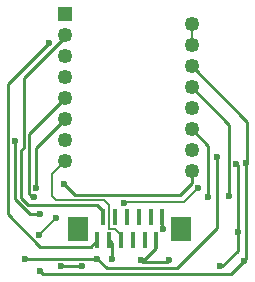
<source format=gbr>
%TF.GenerationSoftware,KiCad,Pcbnew,9.0.4*%
%TF.CreationDate,2025-09-11T01:00:25+02:00*%
%TF.ProjectId,pmw3610_xxs,706d7733-3631-4305-9f78-78732e6b6963,rev?*%
%TF.SameCoordinates,Original*%
%TF.FileFunction,Copper,L1,Top*%
%TF.FilePolarity,Positive*%
%FSLAX46Y46*%
G04 Gerber Fmt 4.6, Leading zero omitted, Abs format (unit mm)*
G04 Created by KiCad (PCBNEW 9.0.4) date 2025-09-11 01:00:25*
%MOMM*%
%LPD*%
G01*
G04 APERTURE LIST*
G04 Aperture macros list*
%AMRoundRect*
0 Rectangle with rounded corners*
0 $1 Rounding radius*
0 $2 $3 $4 $5 $6 $7 $8 $9 X,Y pos of 4 corners*
0 Add a 4 corners polygon primitive as box body*
4,1,4,$2,$3,$4,$5,$6,$7,$8,$9,$2,$3,0*
0 Add four circle primitives for the rounded corners*
1,1,$1+$1,$2,$3*
1,1,$1+$1,$4,$5*
1,1,$1+$1,$6,$7*
1,1,$1+$1,$8,$9*
0 Add four rect primitives between the rounded corners*
20,1,$1+$1,$2,$3,$4,$5,0*
20,1,$1+$1,$4,$5,$6,$7,0*
20,1,$1+$1,$6,$7,$8,$9,0*
20,1,$1+$1,$8,$9,$2,$3,0*%
G04 Aperture macros list end*
%TA.AperFunction,SMDPad,CuDef*%
%ADD10R,1.800000X2.000000*%
%TD*%
%TA.AperFunction,SMDPad,CuDef*%
%ADD11R,0.400000X1.350000*%
%TD*%
%TA.AperFunction,ComponentPad*%
%ADD12RoundRect,0.187500X-0.437500X0.437500X-0.437500X-0.437500X0.437500X-0.437500X0.437500X0.437500X0*%
%TD*%
%TA.AperFunction,ComponentPad*%
%ADD13O,1.250000X1.250000*%
%TD*%
%TA.AperFunction,ViaPad*%
%ADD14C,0.600000*%
%TD*%
%TA.AperFunction,Conductor*%
%ADD15C,0.250000*%
%TD*%
%TA.AperFunction,Conductor*%
%ADD16C,0.200000*%
%TD*%
G04 APERTURE END LIST*
D10*
%TO.P,J2,*%
%TO.N,*%
X131762000Y-99298000D03*
X140462000Y-99298000D03*
D11*
%TO.P,J2,1,SCLK*%
%TO.N,SCLK*%
X133362000Y-100298000D03*
%TO.P,J2,2,MISO*%
%TO.N,SDIO*%
X133862000Y-98298000D03*
%TO.P,J2,3,SPI_CS*%
%TO.N,NCS*%
X134362000Y-100298000D03*
%TO.P,J2,4,GP_AD2*%
%TO.N,unconnected-(J2-GP_AD2-Pad4)*%
X134862000Y-98298000D03*
%TO.P,J2,5,MOSI*%
%TO.N,MOTION*%
X135362000Y-100298000D03*
%TO.P,J2,6,GP_AD1*%
%TO.N,unconnected-(J2-GP_AD1-Pad6)*%
X135862000Y-98298000D03*
%TO.P,J2,7,5V*%
%TO.N,unconnected-(J2-5V-Pad7)*%
X136362000Y-100298000D03*
%TO.P,J2,8,RGB_DO*%
%TO.N,unconnected-(J2-RGB_DO-Pad8)*%
X136862000Y-98298000D03*
%TO.P,J2,9,SCL*%
%TO.N,unconnected-(J2-SCL-Pad9)*%
X137362000Y-100298000D03*
%TO.P,J2,10,SDA*%
%TO.N,unconnected-(J2-SDA-Pad10)*%
X137862000Y-98298000D03*
%TO.P,J2,11,GND*%
%TO.N,GND*%
X138362000Y-100298000D03*
%TO.P,J2,12,3V3*%
%TO.N,VCC*%
X138862000Y-98298000D03*
%TD*%
D12*
%TO.P,U2,1,+VCSEL*%
%TO.N,Net-(U2-+VCSEL)*%
X130650000Y-81100000D03*
D13*
%TO.P,U2,2,SDIO*%
%TO.N,SDIO*%
X130650000Y-82880000D03*
%TO.P,U2,3,SCLK*%
%TO.N,SCLK*%
X130650000Y-84660000D03*
%TO.P,U2,4,NC*%
%TO.N,unconnected-(U2-NC-Pad4)*%
X130650000Y-86440000D03*
%TO.P,U2,5,NCS*%
%TO.N,NCS*%
X130650000Y-88220000D03*
%TO.P,U2,6,VDDIO*%
%TO.N,VCC*%
X130650000Y-90000000D03*
%TO.P,U2,7,NRESET*%
%TO.N,Net-(U2-NRESET)*%
X130650000Y-91780000D03*
%TO.P,U2,8,MOTION*%
%TO.N,MOTION*%
X130650000Y-93560000D03*
%TO.P,U2,9,VCP*%
%TO.N,Net-(U2-VCP)*%
X141350000Y-94450000D03*
%TO.P,U2,10,PASS_T*%
%TO.N,Net-(U2-+VCSEL)*%
X141350000Y-92670000D03*
%TO.P,U2,11,GND*%
%TO.N,GND*%
X141350000Y-90890000D03*
%TO.P,U2,12,CP*%
%TO.N,Net-(U2-CP)*%
X141350000Y-89110000D03*
%TO.P,U2,13,CN*%
%TO.N,Net-(U2-CN)*%
X141350000Y-87330000D03*
%TO.P,U2,14,VDD*%
%TO.N,+1V9*%
X141350000Y-85550000D03*
%TO.P,U2,15,XYLASER*%
%TO.N,Net-(U2--VCSEL)*%
X141350000Y-83770000D03*
%TO.P,U2,16,-VCSEL*%
X141350000Y-81990000D03*
%TD*%
D14*
%TO.N,VCC*%
X143764000Y-102499000D03*
X145132997Y-93849999D03*
X145227500Y-99568000D03*
X128165200Y-95839900D03*
X138948292Y-99305542D03*
%TO.N,GND*%
X137049672Y-101964328D03*
X139446000Y-101991000D03*
X126416900Y-91894700D03*
X128526052Y-98044000D03*
X142725100Y-96595900D03*
%TO.N,+1V9*%
X145933000Y-93726000D03*
X128524000Y-102870000D03*
X145735058Y-102047058D03*
%TO.N,Net-(U2-+VCSEL)*%
X143492800Y-93200000D03*
X133350000Y-101854000D03*
X127254000Y-101854000D03*
%TO.N,Net-(U2-CP)*%
X128424559Y-99844443D03*
X141882400Y-95840600D03*
X129882501Y-98386501D03*
X135611657Y-97125541D03*
%TO.N,Net-(U2-CN)*%
X144507997Y-96571903D03*
%TO.N,Net-(U2-VCP)*%
X130556000Y-95504000D03*
%TO.N,SCLK*%
X129248700Y-83567000D03*
%TO.N,NCS*%
X130307517Y-102499001D03*
X128016000Y-96653531D03*
X132080000Y-102499000D03*
X134620000Y-101854000D03*
%TD*%
D15*
%TO.N,VCC*%
X145227500Y-93944502D02*
X145227500Y-99568000D01*
X145227500Y-101221000D02*
X143949500Y-102499000D01*
X128165300Y-92484700D02*
X128165300Y-95839900D01*
X128165300Y-95839900D02*
X128165200Y-95839900D01*
X145132997Y-93849999D02*
X145227500Y-93944502D01*
X130650000Y-90000000D02*
X128165300Y-92484700D01*
X143949500Y-102499000D02*
X143764000Y-102499000D01*
X138862000Y-99219250D02*
X138862000Y-98298000D01*
X145227500Y-99568000D02*
X145227500Y-101221000D01*
X138948292Y-99305542D02*
X138862000Y-99219250D01*
%TO.N,GND*%
X127633604Y-98044000D02*
X126416900Y-96827296D01*
X137193344Y-102108000D02*
X139329000Y-102108000D01*
X138362000Y-100906000D02*
X138362000Y-100298000D01*
X126416900Y-96827296D02*
X126416900Y-91894700D01*
X142725100Y-92265100D02*
X142725100Y-96595900D01*
X137303672Y-101964328D02*
X138362000Y-100906000D01*
X128526052Y-98044000D02*
X127633604Y-98044000D01*
X139329000Y-102108000D02*
X139446000Y-101991000D01*
X137049672Y-101964328D02*
X137193344Y-102108000D01*
X137049672Y-101964328D02*
X137303672Y-101964328D01*
X141350000Y-90890000D02*
X142725100Y-92265100D01*
%TO.N,+1V9*%
X146050000Y-90250000D02*
X141350000Y-85550000D01*
X146050000Y-93609000D02*
X146050000Y-90250000D01*
X145963100Y-93756100D02*
X145963100Y-101819016D01*
X145933000Y-93726000D02*
X145963100Y-93756100D01*
X128524000Y-102870000D02*
X128778000Y-103124000D01*
X144658116Y-103124000D02*
X145735058Y-102047058D01*
X145963100Y-101819016D02*
X145735058Y-102047058D01*
X145933000Y-93726000D02*
X146050000Y-93609000D01*
X128778000Y-103124000D02*
X144658116Y-103124000D01*
%TO.N,Net-(U2-+VCSEL)*%
X143492800Y-99261308D02*
X140080108Y-102674000D01*
X127254000Y-101854000D02*
X133350000Y-101854000D01*
X143492800Y-93200000D02*
X143492800Y-99261308D01*
X140080108Y-102674000D02*
X134170000Y-102674000D01*
X134170000Y-102674000D02*
X133350000Y-101854000D01*
D16*
%TO.N,Net-(U2-CP)*%
X140695000Y-97028000D02*
X141882400Y-95840600D01*
X135611657Y-97125541D02*
X135709198Y-97028000D01*
X135709198Y-97028000D02*
X140695000Y-97028000D01*
X128424559Y-99844443D02*
X129882501Y-98386501D01*
D15*
%TO.N,Net-(U2-CN)*%
X144507997Y-96571903D02*
X144507997Y-90487997D01*
X144507997Y-90487997D02*
X141350000Y-87330000D01*
%TO.N,Net-(U2-VCP)*%
X131484000Y-96432000D02*
X140371900Y-96432000D01*
X130556000Y-95504000D02*
X131484000Y-96432000D01*
X140371900Y-96432000D02*
X141350000Y-95453900D01*
X141350000Y-95453900D02*
X141350000Y-94450000D01*
D16*
%TO.N,Net-(U2--VCSEL)*%
X141350000Y-81990000D02*
X141350000Y-83770000D01*
%TO.N,MOTION*%
X134362000Y-97278000D02*
X134362000Y-99273000D01*
X135362000Y-99802000D02*
X135362000Y-100298000D01*
X134382500Y-99293500D02*
X134853500Y-99293500D01*
X129877000Y-96857000D02*
X133941000Y-96857000D01*
X133941000Y-96857000D02*
X134362000Y-97278000D01*
X134362000Y-99273000D02*
X134382500Y-99293500D01*
X130650000Y-93560000D02*
X129540000Y-94670000D01*
X129540000Y-96520000D02*
X129877000Y-96857000D01*
X129540000Y-94670000D02*
X129540000Y-96520000D01*
X134853500Y-99293500D02*
X135362000Y-99802000D01*
D15*
%TO.N,SCLK*%
X128534232Y-100838000D02*
X125757100Y-98060868D01*
X125757100Y-87058600D02*
X129248700Y-83567000D01*
X125757100Y-98060868D02*
X125757100Y-87058600D01*
X133362000Y-100298000D02*
X132822000Y-100838000D01*
X132822000Y-100838000D02*
X128534232Y-100838000D01*
%TO.N,SDIO*%
X133862000Y-97823000D02*
X133862000Y-98298000D01*
X127504531Y-97278531D02*
X128778000Y-97278531D01*
X128781469Y-97282000D02*
X133321000Y-97282000D01*
X126919300Y-96693300D02*
X127504531Y-97278531D01*
X127132600Y-86582700D02*
X127132600Y-92467500D01*
X130650000Y-82880000D02*
X130650000Y-83065300D01*
X127132600Y-92467500D02*
X126919300Y-92680800D01*
X126919300Y-92680800D02*
X126919300Y-96693300D01*
X130650000Y-83065300D02*
X127132600Y-86582700D01*
X128778000Y-97278531D02*
X128781469Y-97282000D01*
X133321000Y-97282000D02*
X133862000Y-97823000D01*
%TO.N,NCS*%
X127540200Y-92735600D02*
X127540200Y-96298200D01*
X134620000Y-100556000D02*
X134362000Y-100298000D01*
X134620000Y-101854000D02*
X134620000Y-100556000D01*
X127895531Y-96653531D02*
X128016000Y-96653531D01*
X130650000Y-88220000D02*
X127584300Y-91285700D01*
X127762000Y-96520000D02*
X127895531Y-96653531D01*
X130307517Y-102499001D02*
X130307518Y-102499000D01*
X127540200Y-96298200D02*
X127762000Y-96520000D01*
X130307518Y-102499000D02*
X132080000Y-102499000D01*
X127584300Y-92691500D02*
X127540200Y-92735600D01*
X127584300Y-91285700D02*
X127584300Y-92691500D01*
%TD*%
M02*

</source>
